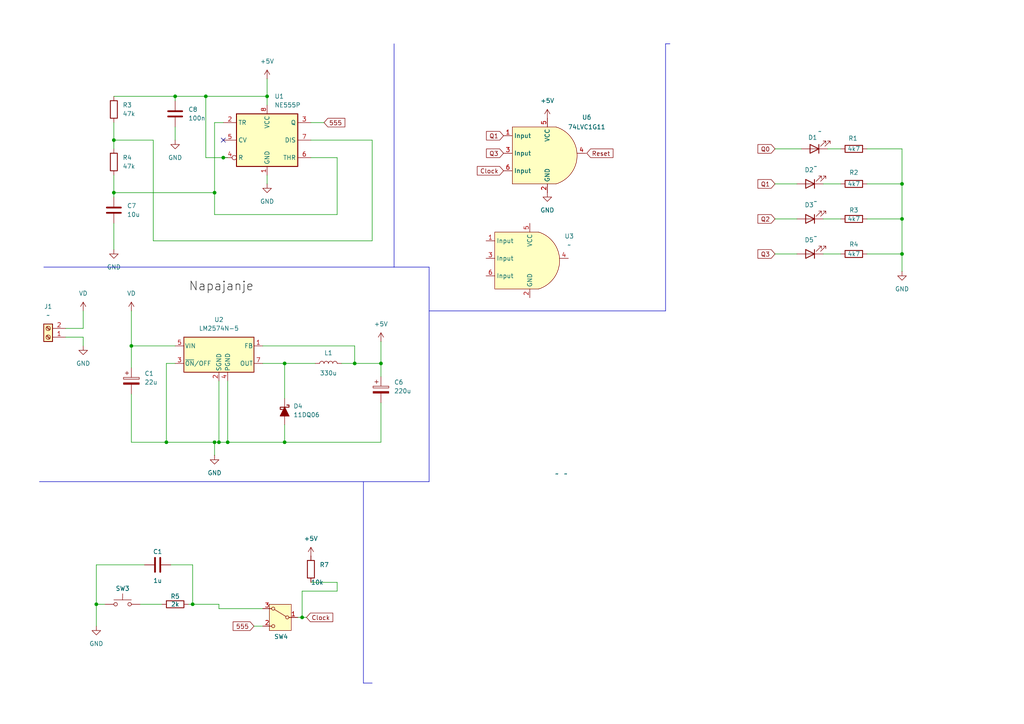
<source format=kicad_sch>
(kicad_sch (version 20250114) (generator "eeschema") (generator_version "9.0")
  (paper "A4")
  (lib_symbols
    (symbol "Connector:Screw_Terminal_01x02" (pin_names (offset 1.016) (hide yes))
      (property "Reference" "J" (at 0 2.54 0))
      (property "Value" "Screw_Terminal_01x02" (at 0 -5.08 0))
      (symbol "Screw_Terminal_01x02_1_1"
        (rectangle (start -1.27 1.27) (end 1.27 -3.81) (stroke (width 0.254)) (fill (type background)))
        (polyline (pts (xy -0.5334 0.3302) (xy 0.3302 -0.508)) (stroke (width 0.1524)))
        (polyline (pts (xy -0.5334 -2.2098) (xy 0.3302 -3.048)) (stroke (width 0.1524)))
        (polyline (pts (xy -0.3556 0.508) (xy 0.508 -0.3302)) (stroke (width 0.1524)))
        (polyline (pts (xy -0.3556 -2.032) (xy 0.508 -2.8702)) (stroke (width 0.1524)))
        (circle (center 0 0) (radius 0.635) (stroke (width 0.1524)))
        (circle (center 0 -2.54) (radius 0.635) (stroke (width 0.1524)))
        (pin passive line (at -5.08 0 0) (length 3.81) (name "Pin_1") (number "1"))
        (pin passive line (at -5.08 -2.54 0) (length 3.81) (name "Pin_2") (number "2"))
      )
    )
    (symbol "Device:C" (pin_numbers (hide yes)) (pin_names (offset 0.254))
      (property "Reference" "C" (at 0.635 2.54 0))
      (property "Value" "C" (at 0.635 -2.54 0))
      (symbol "C_0_1"
        (polyline (pts (xy -2.032 0.762) (xy 2.032 0.762)) (stroke (width 0.508)))
        (polyline (pts (xy -2.032 -0.762) (xy 2.032 -0.762)) (stroke (width 0.508)))
      )
      (symbol "C_1_1"
        (pin passive line (at 0 3.81 270) (length 2.794) (name "~") (number "1"))
        (pin passive line (at 0 -3.81 90) (length 2.794) (name "~") (number "2"))
      )
    )
    (symbol "Device:C_Polarized" (pin_numbers (hide yes)) (pin_names (offset 0.254))
      (property "Reference" "C" (at 0.635 2.54 0))
      (property "Value" "C_Polarized" (at 0.635 -2.54 0))
      (symbol "C_Polarized_0_1"
        (rectangle (start -2.286 0.508) (end 2.286 1.016))
        (polyline (pts (xy -1.778 2.286) (xy -0.762 2.286)))
        (polyline (pts (xy -1.27 2.794) (xy -1.27 1.778)))
        (rectangle (start 2.286 -0.508) (end -2.286 -1.016) (fill (type outline)))
      )
      (symbol "C_Polarized_1_1"
        (pin passive line (at 0 3.81 270) (length 2.794) (name "~") (number "1"))
        (pin passive line (at 0 -3.81 90) (length 2.794) (name "~") (number "2"))
      )
    )
    (symbol "Device:D_Schottky_Filled" (pin_numbers (hide yes)) (pin_names (offset 1.016) (hide yes))
      (property "Reference" "D" (at 0 2.54 0))
      (property "Value" "D_Schottky_Filled" (at 0 -2.54 0))
      (symbol "D_Schottky_Filled_0_1"
        (polyline (pts (xy -1.905 0.635) (xy -1.905 1.27) (xy -1.27 1.27) (xy -1.27 -1.27) (xy -0.635 -1.27) (xy -0.635 -0.635)) (stroke (width 0.254)))
        (polyline (pts (xy 1.27 1.27) (xy 1.27 -1.27) (xy -1.27 0) (xy 1.27 1.27)) (stroke (width 0.254)) (fill (type outline)))
        (polyline (pts (xy 1.27 0) (xy -1.27 0)))
      )
      (symbol "D_Schottky_Filled_1_1"
        (pin passive line (at -3.81 0 0) (length 2.54) (name "K") (number "1"))
        (pin passive line (at 3.81 0 180) (length 2.54) (name "A") (number "2"))
      )
    )
    (symbol "Device:L" (pin_numbers (hide yes)) (pin_names (offset 1.016) (hide yes))
      (property "Reference" "L" (at -1.27 0 90))
      (property "Value" "L" (at 1.905 0 90))
      (symbol "L_0_1"
        (arc (start 0 2.54) (mid 0.6323 1.905) (end 0 1.27))
        (arc (start 0 1.27) (mid 0.6323 0.635) (end 0 0))
        (arc (start 0 0) (mid 0.6323 -0.635) (end 0 -1.27))
        (arc (start 0 -1.27) (mid 0.6323 -1.905) (end 0 -2.54))
      )
      (symbol "L_1_1"
        (pin passive line (at 0 3.81 270) (length 1.27) (name "1") (number "1"))
        (pin passive line (at 0 -3.81 90) (length 1.27) (name "2") (number "2"))
      )
    )
    (symbol "Device:LED" (pin_numbers (hide yes)) (pin_names (offset 1.016) (hide yes))
      (property "Reference" "D" (at 0 2.54 0))
      (property "Value" "LED" (at 0 -2.54 0))
      (symbol "LED_0_1"
        (polyline (pts (xy -3.048 -0.762) (xy -4.572 -2.286) (xy -3.81 -2.286) (xy -4.572 -2.286) (xy -4.572 -1.524)))
        (polyline (pts (xy -1.778 -0.762) (xy -3.302 -2.286) (xy -2.54 -2.286) (xy -3.302 -2.286) (xy -3.302 -1.524)))
        (polyline (pts (xy -1.27 0) (xy 1.27 0)))
        (polyline (pts (xy -1.27 -1.27) (xy -1.27 1.27)) (stroke (width 0.254)))
        (polyline (pts (xy 1.27 -1.27) (xy 1.27 1.27) (xy -1.27 0) (xy 1.27 -1.27)) (stroke (width 0.254)))
      )
      (symbol "LED_1_1"
        (pin passive line (at -3.81 0 0) (length 2.54) (name "K") (number "1"))
        (pin passive line (at 3.81 0 180) (length 2.54) (name "A") (number "2"))
      )
    )
    (symbol "Device:R" (pin_numbers (hide yes)) (pin_names (offset 0))
      (property "Reference" "R" (at 2.032 0 90))
      (property "Value" "R" (at 0 0 90))
      (symbol "R_0_1"
        (rectangle (start -1.016 -2.54) (end 1.016 2.54) (stroke (width 0.254)))
      )
      (symbol "R_1_1"
        (pin passive line (at 0 3.81 270) (length 1.27) (name "~") (number "1"))
        (pin passive line (at 0 -3.81 90) (length 1.27) (name "~") (number "2"))
      )
    )
    (symbol "Regulator_Switching:LM2574N-5" (pin_names (offset 0.254))
      (property "Reference" "U" (at -10.16 6.35 0))
      (property "Value" "LM2574N-5" (at 0 6.35 0))
      (symbol "LM2574N-5_0_1"
        (rectangle (start -10.16 5.08) (end 10.16 -5.08) (stroke (width 0.254)) (fill (type background)))
      )
      (symbol "LM2574N-5_1_1"
        (pin power_in line (at -12.7 2.54 0) (length 2.54) (name "VIN") (number "5"))
        (pin input line (at -12.7 -2.54 0) (length 2.54) (name "~{ON}/OFF") (number "3"))
        (pin no_connect line (at -10.16 0 0) (length 2.54) (hide yes) (name "NC") (number "6"))
        (pin power_in line (at 0 -7.62 90) (length 2.54) (name "SGND") (number "2"))
        (pin power_in line (at 2.54 -7.62 90) (length 2.54) (name "PGND") (number "4"))
        (pin no_connect line (at 10.16 0 180) (length 2.54) (hide yes) (name "NC") (number "8"))
        (pin input line (at 12.7 2.54 180) (length 2.54) (name "FB") (number "1"))
        (pin output line (at 12.7 -2.54 180) (length 2.54) (name "OUT") (number "7"))
      )
    )
    (symbol "SN74LVC1G11:SM74LVC1G11"
      (property "Reference" "U?" (at 6.858 7.62 0))
      (symbol "SM74LVC1G11_1_1"
        (arc (start 0 7.62) (mid 6.0921 -0.635) (end 0 -8.89) (fill (type background)))
        (polyline (pts (xy 0 7.62) (xy -12.7 7.62) (xy -12.7 -8.89) (xy 0 -8.89)) (fill (type background)))
        (pin input line (at -15.24 5.08 0) (length 2.54) (name "Input") (number "1"))
        (pin input line (at -15.24 0 0) (length 2.54) (name "Input") (number "3"))
        (pin input line (at -15.24 -5.08 0) (length 2.54) (name "Input") (number "6"))
        (pin power_in line (at -2.54 10.16 270) (length 2.54) (name "VCC") (number "5"))
        (pin power_out line (at -2.54 -11.43 90) (length 2.54) (name "GND") (number "2"))
        (pin output line (at 8.636 0 180) (length 2.54) (name "") (number "4"))
      )
    )
    (symbol "Switch:SW_Push" (pin_numbers (hide yes)) (pin_names (offset 1.016) (hide yes))
      (property "Reference" "SW" (at 1.27 2.54 0))
      (property "Value" "SW_Push" (at 0 -1.524 0))
      (symbol "SW_Push_0_1"
        (circle (center -2.032 0) (radius 0.508))
        (polyline (pts (xy 0 1.27) (xy 0 3.048)))
        (circle (center 2.032 0) (radius 0.508))
        (polyline (pts (xy 2.54 1.27) (xy -2.54 1.27)))
        (pin passive line (at -5.08 0 0) (length 2.54) (name "1") (number "1"))
        (pin passive line (at 5.08 0 180) (length 2.54) (name "2") (number "2"))
      )
    )
    (symbol "Switch:SW_SPDT" (pin_names (offset 0) (hide yes))
      (property "Reference" "SW2" (at -0.254 -5.588 0))
      (property "Value" "~" (at 0 6.35 0))
      (symbol "SW_SPDT_0_1"
        (circle (center -2.032 0) (radius 0.4572))
        (polyline (pts (xy -1.651 0.254) (xy 1.651 2.286)))
        (circle (center 2.032 2.54) (radius 0.4572))
        (circle (center 2.032 -2.54) (radius 0.4572))
      )
      (symbol "SW_SPDT_1_1"
        (rectangle (start -3.175 3.81) (end 3.175 -3.81) (fill (type background)))
        (pin passive line (at -5.08 0 0) (length 2.54) (name "B") (number "1"))
        (pin passive line (at 5.08 2.54 180) (length 2.54) (name "A") (number "3"))
        (pin passive line (at 5.08 -2.54 180) (length 2.54) (name "C") (number "2"))
      )
    )
    (symbol "Timer:NE555P"
      (property "Reference" "U" (at -10.16 8.89 0))
      (property "Value" "NE555P" (at 2.54 8.89 0))
      (symbol "NE555P_0_0"
        (pin power_in line (at 0 10.16 270) (length 2.54) (name "VCC") (number "8"))
        (pin power_in line (at 0 -10.16 90) (length 2.54) (name "GND") (number "1"))
      )
      (symbol "NE555P_0_1"
        (rectangle (start -8.89 -7.62) (end 8.89 7.62) (stroke (width 0.254)) (fill (type background)))
        (rectangle (start -8.89 -7.62) (end 8.89 7.62) (stroke (width 0.254)) (fill (type background)))
      )
      (symbol "NE555P_1_1"
        (pin input line (at -12.7 5.08 0) (length 3.81) (name "TR") (number "2"))
        (pin input line (at -12.7 0 0) (length 3.81) (name "CV") (number "5"))
        (pin input inverted (at -12.7 -5.08 0) (length 3.81) (name "R") (number "4"))
        (pin output line (at 12.7 5.08 180) (length 3.81) (name "Q") (number "3"))
        (pin input line (at 12.7 0 180) (length 3.81) (name "DIS") (number "7"))
        (pin input line (at 12.7 -5.08 180) (length 3.81) (name "THR") (number "6"))
      )
    )
    (symbol "power:+5V" (power) (pin_numbers (hide yes)) (pin_names (offset 0) (hide yes))
      (property "Value" "+5V" (at 0 3.556 0))
      (symbol "+5V_0_1"
        (polyline (pts (xy -0.762 1.27) (xy 0 2.54)))
        (polyline (pts (xy 0 2.54) (xy 0.762 1.27)))
        (polyline (pts (xy 0 0) (xy 0 2.54)))
      )
      (symbol "+5V_1_1"
        (pin power_in line (at 0 0 90) (length 0) (name "~") (number "1"))
      )
    )
    (symbol "power:GND" (power) (pin_numbers (hide yes)) (pin_names (offset 0) (hide yes))
      (property "Value" "GND" (at 0 -3.81 0))
      (symbol "GND_0_1"
        (polyline (pts (xy 0 0) (xy 0 -1.27) (xy 1.27 -1.27) (xy 0 -2.54) (xy -1.27 -1.27) (xy 0 -1.27)))
      )
      (symbol "GND_1_1"
        (pin power_in line (at 0 0 270) (length 0) (name "~") (number "1"))
      )
    )
    (symbol "power:VD" (power) (pin_numbers (hide yes)) (pin_names (offset 0) (hide yes))
      (property "Value" "VD" (at 0 3.556 0))
      (symbol "VD_0_1"
        (polyline (pts (xy -0.762 1.27) (xy 0 2.54)))
        (polyline (pts (xy 0 2.54) (xy 0.762 1.27)))
        (polyline (pts (xy 0 0) (xy 0 2.54)))
      )
      (symbol "VD_1_1"
        (pin power_in line (at 0 0 90) (length 0) (name "~") (number "1"))
      )
    )
  )
  (junction (at 87.63 179.07))
  (junction (at 62.23 128.27))
  (junction (at 66.04 128.27))
  (junction (at 261.62 53.34))
  (junction (at 102.87 105.41))
  (junction (at 77.47 27.94))
  (junction (at 38.1 100.33))
  (junction (at 62.23 55.88))
  (junction (at 59.69 27.94))
  (junction (at 63.5 128.27))
  (junction (at 64.77 45.72))
  (junction (at 33.02 40.64))
  (junction (at 55.88 175.26))
  (junction (at 261.62 63.5))
  (junction (at 33.02 55.88))
  (junction (at 27.94 175.26))
  (junction (at 82.55 105.41))
  (junction (at 261.62 73.66))
  (junction (at 48.26 128.27))
  (junction (at 110.49 105.41))
  (junction (at 50.8 27.94))
  (junction (at 82.55 128.27))
  (no_connect (at 64.77 40.64))
  (wire (pts (xy 59.69 45.72) (xy 64.77 45.72)))
  (wire (pts (xy 33.02 40.64) (xy 44.45 40.64)))
  (wire (pts (xy 27.94 175.26) (xy 30.48 175.26)))
  (wire (pts (xy 50.8 27.94) (xy 50.8 29.21)))
  (wire (pts (xy 19.05 95.25) (xy 24.13 95.25)))
  (wire (pts (xy 107.95 69.85) (xy 107.95 40.64)))
  (wire (pts (xy 261.62 43.18) (xy 261.62 53.34)))
  (wire (pts (xy 50.8 100.33) (xy 38.1 100.33)))
  (wire (pts (xy 238.76 53.34) (xy 243.84 53.34)))
  (wire (pts (xy 38.1 100.33) (xy 38.1 106.68)))
  (wire (pts (xy 76.2 176.53) (xy 63.5 176.53)))
  (wire (pts (xy 33.02 35.56) (xy 33.02 40.64)))
  (wire (pts (xy 48.26 128.27) (xy 48.26 105.41)))
  (wire (pts (xy 64.77 45.72) (xy 66.04 45.72)))
  (wire (pts (xy 33.02 50.8) (xy 33.02 55.88)))
  (wire (pts (xy 110.49 105.41) (xy 110.49 109.22)))
  (wire (pts (xy 38.1 128.27) (xy 48.26 128.27)))
  (wire (pts (xy 48.26 128.27) (xy 62.23 128.27)))
  (wire (pts (xy 19.05 97.79) (xy 24.13 97.79)))
  (wire (pts (xy 62.23 62.23) (xy 97.79 62.23)))
  (wire (pts (xy 102.87 100.33) (xy 102.87 105.41)))
  (wire (pts (xy 27.94 163.83) (xy 41.91 163.83)))
  (wire (pts (xy 86.36 179.07) (xy 87.63 179.07)))
  (wire (pts (xy 55.88 163.83) (xy 49.53 163.83)))
  (wire (pts (xy 251.46 53.34) (xy 261.62 53.34)))
  (wire (pts (xy 33.02 55.88) (xy 62.23 55.88)))
  (wire (pts (xy 240.03 43.18) (xy 243.84 43.18)))
  (wire (pts (xy 40.64 175.26) (xy 46.99 175.26)))
  (wire (pts (xy 110.49 116.84) (xy 110.49 128.27)))
  (wire (pts (xy 54.61 175.26) (xy 55.88 175.26)))
  (wire (pts (xy 44.45 69.85) (xy 107.95 69.85)))
  (wire (pts (xy 38.1 100.33) (xy 38.1 90.17)))
  (wire (pts (xy 82.55 105.41) (xy 76.2 105.41)))
  (wire (pts (xy 27.94 175.26) (xy 27.94 163.83)))
  (wire (pts (xy 224.79 43.18) (xy 232.41 43.18)))
  (wire (pts (xy 73.66 181.61) (xy 76.2 181.61)))
  (wire (pts (xy 77.47 22.86) (xy 77.47 27.94)))
  (polyline (pts (xy 124.46 77.47) (xy 124.46 139.7)))
  (wire (pts (xy 48.26 105.41) (xy 50.8 105.41)))
  (wire (pts (xy 62.23 55.88) (xy 62.23 62.23)))
  (wire (pts (xy 66.04 110.49) (xy 66.04 128.27)))
  (polyline (pts (xy 105.41 198.12) (xy 107.95 198.12)))
  (wire (pts (xy 238.76 63.5) (xy 243.84 63.5)))
  (wire (pts (xy 97.79 171.45) (xy 97.79 168.91)))
  (wire (pts (xy 82.55 123.19) (xy 82.55 128.27)))
  (wire (pts (xy 33.02 64.77) (xy 33.02 72.39)))
  (wire (pts (xy 97.79 45.72) (xy 90.17 45.72)))
  (wire (pts (xy 24.13 90.17) (xy 24.13 95.25)))
  (wire (pts (xy 66.04 128.27) (xy 63.5 128.27)))
  (polyline (pts (xy 193.04 90.17) (xy 193.04 12.7)))
  (wire (pts (xy 82.55 105.41) (xy 91.44 105.41)))
  (wire (pts (xy 102.87 105.41) (xy 99.06 105.41)))
  (wire (pts (xy 27.94 181.61) (xy 27.94 175.26)))
  (wire (pts (xy 76.2 100.33) (xy 102.87 100.33)))
  (wire (pts (xy 261.62 73.66) (xy 261.62 78.74)))
  (wire (pts (xy 55.88 175.26) (xy 55.88 163.83)))
  (wire (pts (xy 82.55 115.57) (xy 82.55 105.41)))
  (wire (pts (xy 63.5 176.53) (xy 63.5 175.26)))
  (wire (pts (xy 62.23 35.56) (xy 64.77 35.56)))
  (wire (pts (xy 82.55 128.27) (xy 66.04 128.27)))
  (wire (pts (xy 55.88 175.26) (xy 63.5 175.26)))
  (polyline (pts (xy 114.3 77.47) (xy 124.46 77.47)))
  (wire (pts (xy 87.63 171.45) (xy 97.79 171.45)))
  (wire (pts (xy 63.5 110.49) (xy 63.5 128.27)))
  (polyline (pts (xy 124.46 90.17) (xy 193.04 90.17)))
  (wire (pts (xy 63.5 128.27) (xy 62.23 128.27)))
  (wire (pts (xy 224.79 53.34) (xy 231.14 53.34)))
  (polyline (pts (xy 11.43 139.7) (xy 124.46 139.7)))
  (wire (pts (xy 224.79 63.5) (xy 231.14 63.5)))
  (wire (pts (xy 59.69 27.94) (xy 77.47 27.94)))
  (polyline (pts (xy 12.7 77.47) (xy 114.3 77.47)))
  (wire (pts (xy 33.02 55.88) (xy 33.02 57.15)))
  (wire (pts (xy 97.79 62.23) (xy 97.79 45.72)))
  (polyline (pts (xy 105.41 139.7) (xy 105.41 198.12)))
  (wire (pts (xy 87.63 179.07) (xy 88.9 179.07)))
  (wire (pts (xy 90.17 35.56) (xy 93.98 35.56)))
  (wire (pts (xy 251.46 63.5) (xy 261.62 63.5)))
  (wire (pts (xy 251.46 43.18) (xy 261.62 43.18)))
  (wire (pts (xy 224.79 73.66) (xy 231.14 73.66)))
  (polyline (pts (xy 193.04 12.7) (xy 194.31 12.7)))
  (wire (pts (xy 87.63 171.45) (xy 87.63 179.07)))
  (wire (pts (xy 38.1 114.3) (xy 38.1 128.27)))
  (wire (pts (xy 251.46 73.66) (xy 261.62 73.66)))
  (wire (pts (xy 97.79 168.91) (xy 90.17 168.91)))
  (wire (pts (xy 59.69 27.94) (xy 59.69 45.72)))
  (wire (pts (xy 33.02 27.94) (xy 50.8 27.94)))
  (wire (pts (xy 238.76 73.66) (xy 243.84 73.66)))
  (wire (pts (xy 110.49 99.06) (xy 110.49 105.41)))
  (wire (pts (xy 110.49 128.27) (xy 82.55 128.27)))
  (wire (pts (xy 110.49 105.41) (xy 102.87 105.41)))
  (wire (pts (xy 261.62 53.34) (xy 261.62 63.5)))
  (wire (pts (xy 50.8 27.94) (xy 59.69 27.94)))
  (wire (pts (xy 50.8 36.83) (xy 50.8 40.64)))
  (polyline (pts (xy 114.3 12.7) (xy 114.3 77.47)))
  (wire (pts (xy 62.23 55.88) (xy 62.23 35.56)))
  (wire (pts (xy 261.62 63.5) (xy 261.62 73.66)))
  (wire (pts (xy 107.95 40.64) (xy 90.17 40.64)))
  (wire (pts (xy 33.02 40.64) (xy 33.02 43.18)))
  (wire (pts (xy 24.13 97.79) (xy 24.13 100.33)))
  (wire (pts (xy 44.45 40.64) (xy 44.45 69.85)))
  (wire (pts (xy 77.47 27.94) (xy 77.47 30.48)))
  (wire (pts (xy 77.47 50.8) (xy 77.47 53.34)))
  (wire (pts (xy 62.23 132.08) (xy 62.23 128.27)))
  (label "Napajanje" (at 73.66 85.09 180) (effects (font (size 2.54 2.54))))
  (global_label "Q3" (shape input) (at 146.05 44.45 180) (property "Intersheetrefs" "${INTERSHEET_REFS}" (effects (hide yes))))
  (global_label "555" (shape input) (at 73.66 181.61 180) (property "Intersheetrefs" "${INTERSHEET_REFS}" (effects (hide yes))))
  (global_label "Reset" (shape input) (at 170.18 44.45 0) (property "Intersheetrefs" "${INTERSHEET_REFS}" (effects (hide yes))))
  (global_label "Q0" (shape input) (at 224.79 43.18 180) (property "Intersheetrefs" "${INTERSHEET_REFS}" (effects (hide yes))))
  (global_label "Q2" (shape input) (at 224.79 63.5 180) (property "Intersheetrefs" "${INTERSHEET_REFS}" (effects (hide yes))))
  (global_label "Q1" (shape input) (at 224.79 53.34 180) (property "Intersheetrefs" "${INTERSHEET_REFS}" (effects (hide yes))))
  (global_label "Q1" (shape input) (at 146.05 39.37 180) (property "Intersheetrefs" "${INTERSHEET_REFS}" (effects (hide yes))))
  (global_label "Clock" (shape input) (at 88.9 179.07 0) (property "Intersheetrefs" "${INTERSHEET_REFS}" (effects (hide yes))))
  (global_label "Clock" (shape input) (at 146.05 49.53 180) (property "Intersheetrefs" "${INTERSHEET_REFS}" (effects (hide yes))))
  (global_label "555" (shape input) (at 93.98 35.56 0) (property "Intersheetrefs" "${INTERSHEET_REFS}" (effects (hide yes))))
  (global_label "Q3" (shape input) (at 224.79 73.66 180) (property "Intersheetrefs" "${INTERSHEET_REFS}" (effects (hide yes))))
  (symbol (lib_id "Device:LED") (at 234.95 73.66 180) (unit 1)
    (property "Reference" "D5" (at 234.696 69.596 0))
    (property "Value" "~" (at 236.5375 68.58 0))
    (property "Description" "Light emitting diode" (effects (hide yes)))
    (property "Sim.Pins" "1=K 2=A" (effects (hide yes)))
  )
  (symbol (lib_id "Timer:NE555P") (at 77.47 40.64 0) (unit 1)
    (property "Reference" "U1" (at 79.6133 27.94 0) (effects (justify left)))
    (property "Value" "NE555P" (at 79.6133 30.48 0) (effects (justify left)))
    (property "Footprint" "Package_DIP:DIP-8_W7.62mm" (effects (hide yes)))
    (property "Datasheet" "http://www.ti.com/lit/ds/symlink/ne555.pdf" (effects (hide yes)))
    (property "Description" "Precision Timers, 555 compatible,  PDIP-8" (effects (hide yes)))
  )
  (symbol (lib_id "Device:R") (at 90.17 165.1 180) (unit 1)
    (property "Reference" "R7" (at 92.71 163.8299 0) (effects (justify right)))
    (property "Value" "10k" (at 90.17 168.9099 0) (effects (justify right)))
    (property "Description" "Resistor" (effects (hide yes)))
  )
  (symbol (lib_id "Switch:SW_Push") (at 35.56 175.26 0) (unit 1)
    (property "Reference" "SW3" (at 35.56 170.688 0))
    (property "Value" "~" (at 164.084 137.414 0))
    (property "Description" "Push button switch, generic, two pins" (effects (hide yes)))
  )
  (symbol (lib_id "Connector:Screw_Terminal_01x02") (at 13.97 97.79 180) (unit 1)
    (property "Reference" "J1" (at 13.97 88.9 0))
    (property "Value" "~" (at 13.97 91.44 0))
    (property "Description" "Generic screw terminal, single row, 01x02, script generated (kicad-library-utils/schlib/autogen/connector/)" (effects (hide yes)))
  )
  (symbol (lib_id "Switch:SW_SPDT") (at 81.28 179.07 0) (mirror y) (unit 1)
    (property "Reference" "SW4" (at 81.534 184.658 0))
    (property "Value" "~" (at 161.544 137.414 0))
    (property "Description" "Switch, single pole double throw" (effects (hide yes)))
  )
  (symbol (lib_id "power:GND") (at 33.02 72.39 0) (unit 1)
    (property "Reference" "#PWR01" (effects (hide yes)))
    (property "Value" "GND" (at 33.02 77.47 0))
    (property "Description" "Power symbol creates a global label with name \"GND\" , ground" (effects (hide yes)))
  )
  (symbol (lib_id "power:GND") (at 50.8 40.64 0) (unit 1)
    (property "Reference" "#PWR02" (effects (hide yes)))
    (property "Value" "GND" (at 50.8 45.72 0))
    (property "Description" "Power symbol creates a global label with name \"GND\" , ground" (effects (hide yes)))
  )
  (symbol (lib_id "Device:R") (at 33.02 46.99 0) (unit 1)
    (property "Reference" "R4" (at 35.56 45.7199 0) (effects (justify left)))
    (property "Value" "47k" (at 35.56 48.2599 0) (effects (justify left)))
    (property "Description" "Resistor" (effects (hide yes)))
  )
  (symbol (lib_id "power:+5V") (at 158.75 34.29 0) (unit 1)
    (property "Reference" "#PWR014" (effects (hide yes)))
    (property "Value" "+5V" (at 158.75 29.21 0))
    (property "Description" "Power symbol creates a global label with name \"+5V\"" (effects (hide yes)))
  )
  (symbol (lib_id "Device:L") (at 95.25 105.41 90) (unit 1)
    (property "Reference" "L1" (at 95.25 102.362 90))
    (property "Value" "330u" (at 95.25 108.204 90))
    (property "Description" "Inductor" (effects (hide yes)))
  )
  (symbol (lib_id "power:GND") (at 62.23 132.08 0) (unit 1)
    (property "Reference" "#PWR08" (effects (hide yes)))
    (property "Value" "GND" (at 62.23 137.16 0))
    (property "Description" "Power symbol creates a global label with name \"GND\" , ground" (effects (hide yes)))
  )
  (symbol (lib_id "power:+5V") (at 90.17 161.29 0) (unit 1)
    (property "Reference" "#PWR016" (effects (hide yes)))
    (property "Value" "+5V" (at 90.17 156.21 0))
    (property "Description" "Power symbol creates a global label with name \"+5V\"" (effects (hide yes)))
  )
  (symbol (lib_id "Regulator_Switching:LM2574N-5") (at 63.5 102.87 0) (unit 1)
    (property "Reference" "U2" (at 63.5 92.71 0))
    (property "Value" "LM2574N-5" (at 63.5 95.25 0))
    (property "Footprint" "Package_DIP:DIP-8_W7.62mm" (effects (hide yes)))
    (property "Datasheet" "http://www.national.com/ds/LM/LM2574.pdf" (effects (hide yes)))
    (property "Description" "5V, 0.5A SIMPLE SWITCHER® Step-Down Voltage Regulator, DIP-8" (effects (hide yes)))
  )
  (symbol (lib_id "power:GND") (at 158.75 55.88 0) (unit 1)
    (property "Reference" "#PWR013" (effects (hide yes)))
    (property "Value" "GND" (at 158.75 60.96 0))
    (property "Description" "Power symbol creates a global label with name \"GND\" , ground" (effects (hide yes)))
  )
  (symbol (lib_id "power:GND") (at 261.62 78.74 0) (unit 1)
    (property "Reference" "#PWR012" (effects (hide yes)))
    (property "Value" "GND" (at 261.62 83.82 0))
    (property "Description" "Power symbol creates a global label with name \"GND\" , ground" (effects (hide yes)))
  )
  (symbol (lib_id "Device:LED") (at 234.95 53.34 180) (unit 1)
    (property "Reference" "D2" (at 234.696 49.276 0))
    (property "Value" "~" (at 236.5375 48.26 0))
    (property "Description" "Light emitting diode" (effects (hide yes)))
    (property "Sim.Pins" "1=K 2=A" (effects (hide yes)))
  )
  (symbol (lib_id "power:+5V") (at 110.49 99.06 0) (unit 1)
    (property "Reference" "#PWR09" (effects (hide yes)))
    (property "Value" "+5V" (at 110.49 93.98 0))
    (property "Description" "Power symbol creates a global label with name \"+5V\"" (effects (hide yes)))
  )
  (symbol (lib_id "Device:R") (at 247.65 53.34 90) (unit 1)
    (property "Reference" "R2" (at 247.65 50.038 90))
    (property "Value" "4k7" (at 247.65 53.34 90))
    (property "Description" "Resistor" (effects (hide yes)))
  )
  (symbol (lib_id "power:GND") (at 77.47 53.34 0) (unit 1)
    (property "Reference" "#PWR04" (effects (hide yes)))
    (property "Value" "GND" (at 77.47 58.42 0))
    (property "Description" "Power symbol creates a global label with name \"GND\" , ground" (effects (hide yes)))
  )
  (symbol (lib_id "Device:C") (at 50.8 33.02 0) (unit 1)
    (property "Reference" "C8" (at 54.61 31.7499 0) (effects (justify left)))
    (property "Value" "100n" (at 54.61 34.2899 0) (effects (justify left)))
    (property "Description" "Unpolarized capacitor" (effects (hide yes)))
  )
  (symbol (lib_id "Device:R") (at 33.02 31.75 0) (unit 1)
    (property "Reference" "R3" (at 35.56 30.4799 0) (effects (justify left)))
    (property "Value" "47k" (at 35.56 33.0199 0) (effects (justify left)))
    (property "Description" "Resistor" (effects (hide yes)))
  )
  (symbol (lib_id "SN74LVC1G11:SM74LVC1G11") (at 156.21 74.93 0) (unit 1)
    (property "Reference" "U3" (at 165.1 68.5098 0))
    (property "Value" "~" (at 165.1 71.0498 0))
  )
  (symbol (lib_id "Device:D_Schottky_Filled") (at 82.55 119.38 270) (unit 1)
    (property "Reference" "D4" (at 85.09 117.7924 90) (effects (justify left)))
    (property "Value" "11DQ06" (at 85.09 120.3324 90) (effects (justify left)))
    (property "Description" "Schottky diode, filled shape" (effects (hide yes)))
  )
  (symbol (lib_id "Device:LED") (at 234.95 63.5 180) (unit 1)
    (property "Reference" "D3" (at 234.696 59.436 0))
    (property "Value" "~" (at 236.5375 58.42 0))
    (property "Description" "Light emitting diode" (effects (hide yes)))
    (property "Sim.Pins" "1=K 2=A" (effects (hide yes)))
  )
  (symbol (lib_id "Device:C") (at 45.72 163.83 90) (unit 1)
    (property "Reference" "C1" (at 45.72 160.02 90))
    (property "Value" "1u" (at 45.72 168.402 90))
    (property "Description" "Unpolarized capacitor" (effects (hide yes)))
  )
  (symbol (lib_id "Device:R") (at 50.8 175.26 90) (unit 1)
    (property "Reference" "R5" (at 50.8 172.974 90))
    (property "Value" "2k" (at 50.8 175.26 90))
    (property "Description" "Resistor" (effects (hide yes)))
  )
  (symbol (lib_id "power:+5V") (at 77.47 22.86 0) (unit 1)
    (property "Reference" "#PWR03" (effects (hide yes)))
    (property "Value" "+5V" (at 77.47 17.78 0))
    (property "Description" "Power symbol creates a global label with name \"+5V\"" (effects (hide yes)))
  )
  (symbol (lib_id "SN74LVC1G11:SM74LVC1G11") (at 161.29 44.45 0) (unit 1)
    (property "Reference" "U6" (at 170.18 34.036 0))
    (property "Value" "74LVC1G11" (at 170.18 36.83 0))
  )
  (symbol (lib_id "power:GND") (at 24.13 100.33 0) (unit 1)
    (property "Reference" "#PWR011" (effects (hide yes)))
    (property "Value" "GND" (at 24.13 105.41 0))
    (property "Description" "Power symbol creates a global label with name \"GND\" , ground" (effects (hide yes)))
  )
  (symbol (lib_id "power:VD") (at 38.1 90.17 0) (unit 1)
    (property "Reference" "#PWR07" (effects (hide yes)))
    (property "Value" "VD" (at 38.1 85.09 0))
    (property "Description" "Power symbol creates a global label with name \"VD\"" (effects (hide yes)))
  )
  (symbol (lib_id "Device:C_Polarized") (at 38.1 110.49 0) (unit 1)
    (property "Reference" "C1" (at 41.91 108.3309 0) (effects (justify left)))
    (property "Value" "22u" (at 41.91 110.8709 0) (effects (justify left)))
    (property "Description" "Polarized capacitor" (effects (hide yes)))
  )
  (symbol (lib_id "Device:R") (at 247.65 43.18 90) (unit 1)
    (property "Reference" "R1" (at 247.396 40.132 90))
    (property "Value" "4k7" (at 247.65 43.18 90))
    (property "Description" "Resistor" (effects (hide yes)))
  )
  (symbol (lib_id "Device:C_Polarized") (at 110.49 113.03 0) (unit 1)
    (property "Reference" "C6" (at 114.3 110.8709 0) (effects (justify left)))
    (property "Value" "220u" (at 114.3 113.4109 0) (effects (justify left)))
    (property "Description" "Polarized capacitor" (effects (hide yes)))
  )
  (symbol (lib_id "power:VD") (at 24.13 90.17 0) (unit 1)
    (property "Reference" "#PWR010" (effects (hide yes)))
    (property "Value" "VD" (at 24.13 85.09 0))
    (property "Description" "Power symbol creates a global label with name \"VD\"" (effects (hide yes)))
  )
  (symbol (lib_id "Device:R") (at 247.65 63.5 90) (unit 1)
    (property "Reference" "R3" (at 247.65 60.96 90))
    (property "Value" "4k7" (at 247.65 63.5 90))
    (property "Description" "Resistor" (effects (hide yes)))
  )
  (symbol (lib_id "Device:C") (at 33.02 60.96 0) (unit 1)
    (property "Reference" "C7" (at 36.83 59.6899 0) (effects (justify left)))
    (property "Value" "10u" (at 36.83 62.2299 0) (effects (justify left)))
    (property "Description" "Unpolarized capacitor" (effects (hide yes)))
  )
  (symbol (lib_id "power:GND") (at 27.94 181.61 0) (unit 1)
    (property "Reference" "#PWR015" (effects (hide yes)))
    (property "Value" "GND" (at 27.94 186.69 0))
    (property "Description" "Power symbol creates a global label with name \"GND\" , ground" (effects (hide yes)))
  )
  (symbol (lib_id "Device:LED") (at 236.22 43.18 180) (unit 1)
    (property "Reference" "D1" (at 235.712 39.878 0))
    (property "Value" "~" (at 237.8075 38.1 0))
    (property "Description" "Light emitting diode" (effects (hide yes)))
    (property "Sim.Pins" "1=K 2=A" (effects (hide yes)))
  )
  (symbol (lib_id "Device:R") (at 247.65 73.66 90) (unit 1)
    (property "Reference" "R4" (at 247.65 70.866 90))
    (property "Value" "4k7" (at 247.65 73.66 90))
    (property "Description" "Resistor" (effects (hide yes)))
  )
)
</source>
